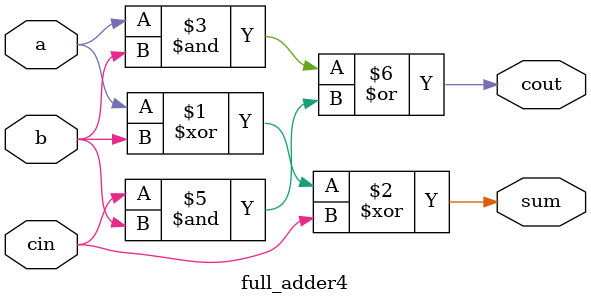
<source format=v>
module full_adder4(a,b,cin,sum,cout);
input a,b,cin;
output sum,cout;
assign sum = a^b^cin;
assign cout = a&b|cin&(1'b0|b); 
// initial begin
//     $display("The incorrect adder with or0 having in1/0");
// end   
endmodule
</source>
